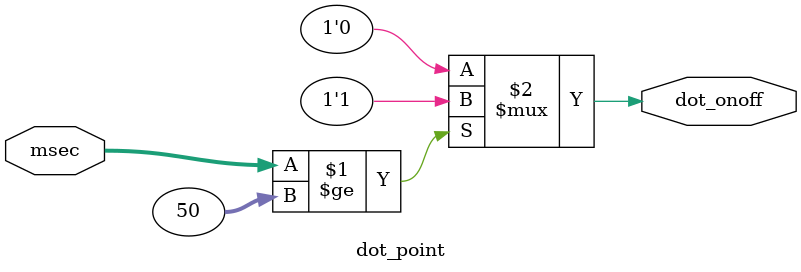
<source format=v>
`timescale 1ns / 1ps

module dot_point(
    input [6:0] msec,
    output      dot_onoff
);

    assign dot_onoff = (msec >= 50) ?  1'b1: 1'b0;

endmodule

</source>
